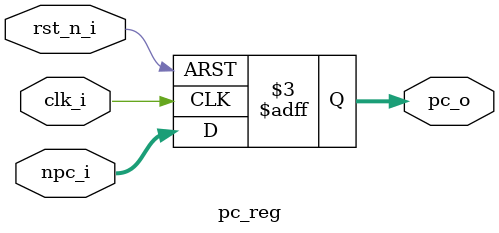
<source format=v>
`timescale 1ns / 1ps

module pc_reg(
    input             clk_i  ,
    input             rst_n_i,
    input      [31:0] npc_i  , // next pc

    output reg [31:0] pc_o
);

always @(posedge clk_i, negedge rst_n_i) begin
    if(~rst_n_i)       pc_o <= 32'b0;
    // else if (~rst_n_p) pc_o <= 32'b0;
    else               pc_o <= npc_i;
end

endmodule

</source>
